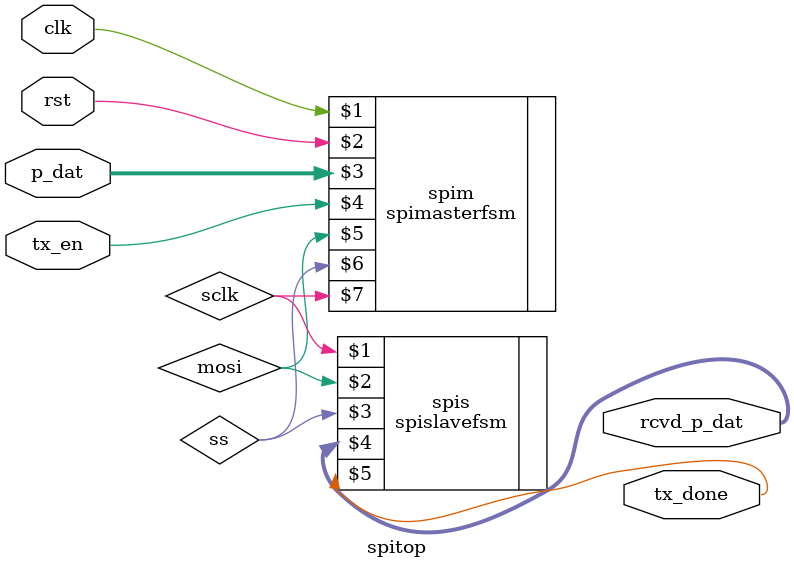
<source format=v>
`timescale 1ns / 1ps


module spitop(clk, rst, p_dat, tx_en, rcvd_p_dat, tx_done);
    input clk, rst, tx_en;
    input [7:0]p_dat;
    output tx_done;
    output [7:0]rcvd_p_dat;
    
    wire sclk, mosi, ss;
    
    spimasterfsm spim(clk, rst, p_dat, tx_en, mosi, ss, sclk);
    spislavefsm spis(sclk, mosi, ss, rcvd_p_dat, tx_done);
     
endmodule

</source>
